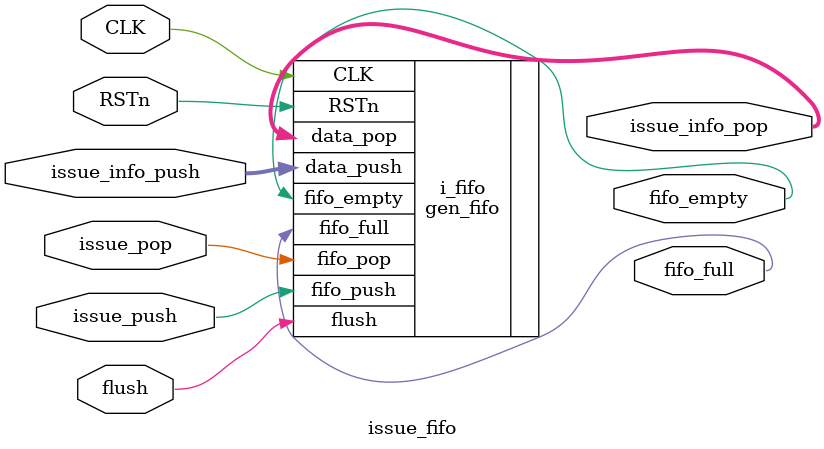
<source format=v>

/*
* @File name: issue_fifo
* @Author: Ruige Lee
* @Email: wut.ruigeli@gmail.com
* @Date:   2020-10-28 15:34:24
* @Last Modified by:   Ruige Lee
* @Last Modified time: 2021-01-03 12:05:23
*/

/*
  Copyright (c) 2020 - 2021 Ruige Lee <wut.ruigeli@gmail.com>

   Licensed under the Apache License, Version 2.0 (the "License");
   you may not use this file except in compliance with the License.
   You may obtain a copy of the License at

       http://www.apache.org/licenses/LICENSE-2.0

   Unless required by applicable law or agreed to in writing, software
   distributed under the License is distributed on an "AS IS" BASIS,
   WITHOUT WARRANTIES OR CONDITIONS OF ANY KIND, either express or implied.
   See the License for the specific language governing permissions and
   limitations under the License.
*/

`timescale 1 ns / 1 ps

module issue_fifo #(
	parameter DW = 100,
	parameter DP = 8
)
(

	input [ DW - 1 : 0] issue_info_push,
	output [ DW - 1 : 0] issue_info_pop,

	input issue_push,
	input issue_pop,
	output fifo_full,
	output fifo_empty,

	input flush,
	input CLK,
	input RSTn
	
);



gen_fifo # ( .DW(DW), .AW($clog2(DP)))
i_fifo(
	.fifo_pop(issue_pop), 
	.fifo_push(issue_push),
	.data_push(issue_info_push),

	.fifo_empty(fifo_empty), 
	.fifo_full(fifo_full), 
	.data_pop(issue_info_pop),

	.flush(flush),
	.CLK(CLK),
	.RSTn(RSTn)
);




endmodule








</source>
